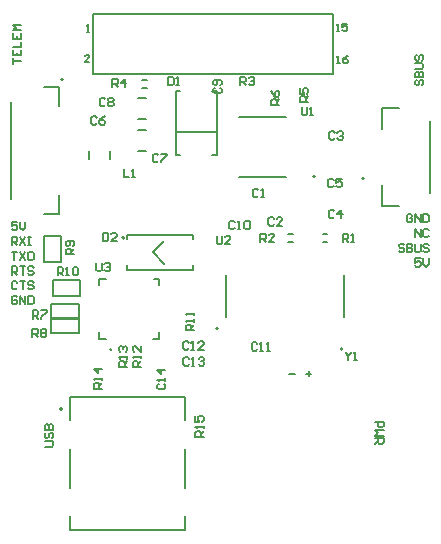
<source format=gto>
G04*
G04 #@! TF.GenerationSoftware,Altium Limited,Altium Designer,21.6.1 (37)*
G04*
G04 Layer_Color=65535*
%FSLAX44Y44*%
%MOMM*%
G71*
G04*
G04 #@! TF.SameCoordinates,5872C4F4-FB42-489D-B6BF-DE351544A3BA*
G04*
G04*
G04 #@! TF.FilePolarity,Positive*
G04*
G01*
G75*
%ADD10C,0.2000*%
%ADD11C,0.0000*%
%ADD12C,0.1700*%
%ADD13C,0.1270*%
%ADD14C,0.1500*%
%ADD15C,0.1800*%
D10*
X377700Y199050D02*
G03*
X377700Y199050I-1000J0D01*
G01*
X216250Y147000D02*
G03*
X216250Y147000I-1000J0D01*
G01*
X205400Y52240D02*
G03*
X205400Y52240I-700J0D01*
G01*
X164050Y2100D02*
G03*
X164050Y2100I-1500J0D01*
G01*
X295700Y70500D02*
G03*
X295700Y70500I-1000J0D01*
G01*
X419250Y197500D02*
G03*
X419250Y197500I-1000J0D01*
G01*
X164500Y281325D02*
G03*
X164500Y281325I-1000J0D01*
G01*
X355000Y143500D02*
X359000D01*
X355000Y150500D02*
X359000D01*
X384000Y150500D02*
X388000D01*
X384000Y143500D02*
X388000D01*
X231500Y281000D02*
X235500D01*
X231500Y274000D02*
X235500D01*
X240250Y134750D02*
X250000Y144500D01*
X240250Y134750D02*
X250000Y125000D01*
X189700Y285800D02*
Y336600D01*
X392900Y285800D02*
Y336600D01*
X189700D02*
X392900D01*
X189700Y285800D02*
X392900D01*
D11*
X401270Y53250D02*
G03*
X401270Y53250I-1270J0D01*
G01*
D12*
X148500Y126250D02*
X163000D01*
X148500Y149000D02*
X163000D01*
Y126250D02*
Y149000D01*
X148500Y126250D02*
Y149000D01*
X156000Y98250D02*
X178750D01*
X156000Y111500D02*
X178750D01*
Y98250D02*
Y111500D01*
X156000Y98250D02*
Y111500D01*
X154250Y66250D02*
X178250D01*
X154250Y78501D02*
X178250D01*
Y66250D02*
Y78501D01*
X154250Y66250D02*
Y78501D01*
Y79250D02*
X178250D01*
X154250Y91250D02*
X178250D01*
Y79250D02*
Y91250D01*
X154250Y79250D02*
Y91250D01*
X125365Y160334D02*
X120700D01*
Y156835D01*
X123033Y158001D01*
X124199D01*
X125365Y156835D01*
Y154502D01*
X124199Y153336D01*
X121866D01*
X120700Y154502D01*
X127698Y160334D02*
Y155669D01*
X130030Y153336D01*
X132363Y155669D01*
Y160334D01*
X120700Y140859D02*
Y147857D01*
X124199D01*
X125365Y146690D01*
Y144358D01*
X124199Y143191D01*
X120700D01*
X123033D02*
X125365Y140859D01*
X127698Y147857D02*
X132363Y140859D01*
Y147857D02*
X127698Y140859D01*
X134696Y147857D02*
X137028D01*
X135862D01*
Y140859D01*
X134696D01*
X137028D01*
X120700Y135379D02*
X125365D01*
X123033D01*
Y128382D01*
X127698Y135379D02*
X132363Y128382D01*
Y135379D02*
X127698Y128382D01*
X138194Y135379D02*
X135862D01*
X134696Y134213D01*
Y129548D01*
X135862Y128382D01*
X138194D01*
X139361Y129548D01*
Y134213D01*
X138194Y135379D01*
X120700Y115905D02*
Y122902D01*
X124199D01*
X125365Y121736D01*
Y119403D01*
X124199Y118237D01*
X120700D01*
X123033D02*
X125365Y115905D01*
X127698Y122902D02*
X132363D01*
X130030D01*
Y115905D01*
X139361Y121736D02*
X138194Y122902D01*
X135862D01*
X134696Y121736D01*
Y120570D01*
X135862Y119403D01*
X138194D01*
X139361Y118237D01*
Y117071D01*
X138194Y115905D01*
X135862D01*
X134696Y117071D01*
X125365Y109259D02*
X124199Y110425D01*
X121866D01*
X120700Y109259D01*
Y104593D01*
X121866Y103427D01*
X124199D01*
X125365Y104593D01*
X127698Y110425D02*
X132363D01*
X130030D01*
Y103427D01*
X139361Y109259D02*
X138194Y110425D01*
X135862D01*
X134696Y109259D01*
Y108092D01*
X135862Y106926D01*
X138194D01*
X139361Y105760D01*
Y104593D01*
X138194Y103427D01*
X135862D01*
X134696Y104593D01*
X125365Y96781D02*
X124199Y97948D01*
X121866D01*
X120700Y96781D01*
Y92116D01*
X121866Y90950D01*
X124199D01*
X125365Y92116D01*
Y94449D01*
X123033D01*
X127698Y90950D02*
Y97948D01*
X132363Y90950D01*
Y97948D01*
X134696D02*
Y90950D01*
X138194D01*
X139361Y92116D01*
Y96781D01*
X138194Y97948D01*
X134696D01*
X374606Y32165D02*
X369941D01*
X372273Y29833D02*
Y34498D01*
X360611Y32165D02*
X355945D01*
X460055Y165963D02*
X458888Y167129D01*
X456556D01*
X455389Y165963D01*
Y161298D01*
X456556Y160132D01*
X458888D01*
X460055Y161298D01*
Y163631D01*
X457722D01*
X462387Y160132D02*
Y167129D01*
X467052Y160132D01*
Y167129D01*
X469385D02*
Y160132D01*
X472884D01*
X474050Y161298D01*
Y165963D01*
X472884Y167129D01*
X469385D01*
X462387Y147654D02*
Y154652D01*
X467052Y147654D01*
Y154652D01*
X474050Y153486D02*
X472884Y154652D01*
X470551D01*
X469385Y153486D01*
Y148821D01*
X470551Y147654D01*
X472884D01*
X474050Y148821D01*
X453057Y141009D02*
X451890Y142175D01*
X449558D01*
X448392Y141009D01*
Y139842D01*
X449558Y138676D01*
X451890D01*
X453057Y137510D01*
Y136343D01*
X451890Y135177D01*
X449558D01*
X448392Y136343D01*
X455389Y142175D02*
Y135177D01*
X458888D01*
X460055Y136343D01*
Y137510D01*
X458888Y138676D01*
X455389D01*
X458888D01*
X460055Y139842D01*
Y141009D01*
X458888Y142175D01*
X455389D01*
X462387D02*
Y136343D01*
X463553Y135177D01*
X465886D01*
X467052Y136343D01*
Y142175D01*
X474050Y141009D02*
X472884Y142175D01*
X470551D01*
X469385Y141009D01*
Y139842D01*
X470551Y138676D01*
X472884D01*
X474050Y137510D01*
Y136343D01*
X472884Y135177D01*
X470551D01*
X469385Y136343D01*
X467052Y129698D02*
X462387D01*
Y126199D01*
X464720Y127365D01*
X465886D01*
X467052Y126199D01*
Y123866D01*
X465886Y122700D01*
X463553D01*
X462387Y123866D01*
X469385Y129698D02*
Y125033D01*
X471717Y122700D01*
X474050Y125033D01*
Y129698D01*
D13*
X313500Y198850D02*
X353500D01*
X313500Y249350D02*
X353500D01*
X227650Y247750D02*
X234850D01*
X227650Y265750D02*
X234850D01*
X227650Y220750D02*
X234850D01*
X227650Y238750D02*
X234850D01*
X186000Y213650D02*
Y220850D01*
X204000Y213650D02*
Y220850D01*
X218500Y120000D02*
Y123750D01*
Y120000D02*
X274500D01*
Y123750D01*
Y145750D02*
Y149500D01*
X218500D02*
X274500D01*
X218500Y145750D02*
Y149500D01*
X194980Y61520D02*
Y67020D01*
Y61520D02*
X200980D01*
X194980Y107020D02*
Y112520D01*
X200980D01*
X241480D02*
X245980D01*
Y107020D02*
Y112520D01*
X240480Y61520D02*
X245980D01*
Y67520D01*
X267250Y-100500D02*
Y-88000D01*
X170250Y-100500D02*
X267250D01*
X170250D02*
Y-88000D01*
Y-64500D02*
Y-32000D01*
X267250Y-64500D02*
Y-32000D01*
X170250Y-7000D02*
Y12500D01*
X267250Y-7000D02*
Y12500D01*
X170250D02*
X267250D01*
X302250Y80250D02*
Y115750D01*
X402250Y80250D02*
Y115750D01*
X434750Y174250D02*
X448950D01*
X434750D02*
Y191900D01*
Y256750D02*
X449050D01*
X434750Y239100D02*
Y256750D01*
X475250Y185100D02*
Y246000D01*
X120500Y179750D02*
Y262250D01*
X148500Y274750D02*
X161000D01*
X148500Y167250D02*
X161000D01*
Y258750D02*
Y274750D01*
Y167250D02*
Y183250D01*
D14*
X290750Y271500D02*
X294750D01*
X290750Y217500D02*
X294750D01*
X259750D02*
X263750D01*
X259750Y271500D02*
X263750D01*
X294750Y234000D02*
Y235500D01*
X259750D02*
Y237000D01*
X294750D01*
X259750D02*
Y271500D01*
Y234000D02*
Y235500D01*
Y217500D02*
Y234000D01*
X294750Y217500D02*
Y234000D01*
Y235500D02*
Y237000D01*
Y271500D01*
X184400Y321750D02*
X186399D01*
X185400D01*
Y327748D01*
X184400Y326748D01*
X186649Y296250D02*
X182650D01*
X186649Y300249D01*
Y301248D01*
X185649Y302248D01*
X183650D01*
X182650Y301248D01*
X395900Y322500D02*
X397899D01*
X396899D01*
Y328498D01*
X395900Y327498D01*
X404897Y328498D02*
X400898D01*
Y325499D01*
X402897Y326499D01*
X403897D01*
X404897Y325499D01*
Y323500D01*
X403897Y322500D01*
X401898D01*
X400898Y323500D01*
X396400Y295250D02*
X398399D01*
X397399D01*
Y301248D01*
X396400Y300248D01*
X405397Y301248D02*
X403397Y300248D01*
X401398Y298249D01*
Y296250D01*
X402398Y295250D01*
X404397D01*
X405397Y296250D01*
Y297249D01*
X404397Y298249D01*
X401398D01*
D15*
X192418Y125999D02*
Y120167D01*
X193585Y119001D01*
X195917D01*
X197084Y120167D01*
Y125999D01*
X199416Y124833D02*
X200583Y125999D01*
X202915D01*
X204081Y124833D01*
Y123666D01*
X202915Y122500D01*
X201749D01*
X202915D01*
X204081Y121334D01*
Y120167D01*
X202915Y119001D01*
X200583D01*
X199416Y120167D01*
X173499Y133168D02*
X166501D01*
Y136667D01*
X167667Y137834D01*
X170000D01*
X171166Y136667D01*
Y133168D01*
Y135501D02*
X173499Y137834D01*
X172333Y140166D02*
X173499Y141333D01*
Y143665D01*
X172333Y144831D01*
X167667D01*
X166501Y143665D01*
Y141333D01*
X167667Y140166D01*
X168834D01*
X170000Y141333D01*
Y144831D01*
X138668Y78751D02*
Y85749D01*
X142167D01*
X143334Y84583D01*
Y82250D01*
X142167Y81084D01*
X138668D01*
X141001D02*
X143334Y78751D01*
X145666Y85749D02*
X150331D01*
Y84583D01*
X145666Y79917D01*
Y78751D01*
X138419Y63001D02*
Y69999D01*
X141917D01*
X143084Y68833D01*
Y66500D01*
X141917Y65334D01*
X138419D01*
X140751D02*
X143084Y63001D01*
X145416Y68833D02*
X146583Y69999D01*
X148915D01*
X150082Y68833D01*
Y67666D01*
X148915Y66500D01*
X150082Y65334D01*
Y64167D01*
X148915Y63001D01*
X146583D01*
X145416Y64167D01*
Y65334D01*
X146583Y66500D01*
X145416Y67666D01*
Y68833D01*
X146583Y66500D02*
X148915D01*
X275249Y68669D02*
X268251D01*
Y72168D01*
X269417Y73334D01*
X271750D01*
X272916Y72168D01*
Y68669D01*
Y71002D02*
X275249Y73334D01*
Y75667D02*
Y78000D01*
Y76833D01*
X268251D01*
X269417Y75667D01*
X275249Y81498D02*
Y83831D01*
Y82665D01*
X268251D01*
X269417Y81498D01*
X159753Y115251D02*
Y122249D01*
X163252D01*
X164418Y121083D01*
Y118750D01*
X163252Y117584D01*
X159753D01*
X162085D02*
X164418Y115251D01*
X166751D02*
X169083D01*
X167917D01*
Y122249D01*
X166751Y121083D01*
X172582D02*
X173748Y122249D01*
X176081D01*
X177247Y121083D01*
Y116417D01*
X176081Y115251D01*
X173748D01*
X172582Y116417D01*
Y121083D01*
X270668Y58333D02*
X269502Y59499D01*
X267169D01*
X266003Y58333D01*
Y53667D01*
X267169Y52501D01*
X269502D01*
X270668Y53667D01*
X273001Y52501D02*
X275333D01*
X274167D01*
Y59499D01*
X273001Y58333D01*
X283497Y52501D02*
X278832D01*
X283497Y57166D01*
Y58333D01*
X282331Y59499D01*
X279998D01*
X278832Y58333D01*
X270918Y44833D02*
X269752Y45999D01*
X267419D01*
X266253Y44833D01*
Y40167D01*
X267419Y39001D01*
X269752D01*
X270918Y40167D01*
X273251Y39001D02*
X275583D01*
X274417D01*
Y45999D01*
X273251Y44833D01*
X279082D02*
X280248Y45999D01*
X282581D01*
X283747Y44833D01*
Y43666D01*
X282581Y42500D01*
X281415D01*
X282581D01*
X283747Y41334D01*
Y40167D01*
X282581Y39001D01*
X280248D01*
X279082Y40167D01*
X403585Y50749D02*
Y49583D01*
X405917Y47250D01*
X408250Y49583D01*
Y50749D01*
X405917Y47250D02*
Y43751D01*
X410583D02*
X412915D01*
X411749D01*
Y50749D01*
X410583Y49583D01*
X366335Y257749D02*
Y251917D01*
X367501Y250751D01*
X369834D01*
X371000Y251917D01*
Y257749D01*
X373333Y250751D02*
X375665D01*
X374499D01*
Y257749D01*
X373333Y256583D01*
X294386Y148730D02*
Y142898D01*
X295552Y141732D01*
X297885D01*
X299051Y142898D01*
Y148730D01*
X306049Y141732D02*
X301384D01*
X306049Y146397D01*
Y147563D01*
X304883Y148730D01*
X302550D01*
X301384Y147563D01*
X148751Y-29580D02*
X154583D01*
X155749Y-28414D01*
Y-26081D01*
X154583Y-24915D01*
X148751D01*
X149917Y-17917D02*
X148751Y-19084D01*
Y-21416D01*
X149917Y-22583D01*
X151084D01*
X152250Y-21416D01*
Y-19084D01*
X153416Y-17917D01*
X154583D01*
X155749Y-19084D01*
Y-21416D01*
X154583Y-22583D01*
X148751Y-15585D02*
X155749D01*
Y-12086D01*
X154583Y-10920D01*
X153416D01*
X152250Y-12086D01*
Y-15585D01*
Y-12086D01*
X151084Y-10920D01*
X149917D01*
X148751Y-12086D01*
Y-15585D01*
X371999Y262169D02*
X365001D01*
Y265667D01*
X366167Y266834D01*
X368500D01*
X369666Y265667D01*
Y262169D01*
Y264501D02*
X371999Y266834D01*
X365001Y273831D02*
Y269166D01*
X368500D01*
X367334Y271499D01*
Y272665D01*
X368500Y273831D01*
X370833D01*
X371999Y272665D01*
Y270333D01*
X370833Y269166D01*
X331418Y143751D02*
Y150749D01*
X334917D01*
X336084Y149583D01*
Y147250D01*
X334917Y146084D01*
X331418D01*
X333751D02*
X336084Y143751D01*
X343082D02*
X338416D01*
X343082Y148416D01*
Y149583D01*
X341915Y150749D01*
X339583D01*
X338416Y149583D01*
X314419Y276501D02*
Y283499D01*
X317917D01*
X319084Y282333D01*
Y280000D01*
X317917Y278834D01*
X314419D01*
X316751D02*
X319084Y276501D01*
X321416Y282333D02*
X322583Y283499D01*
X324915D01*
X326082Y282333D01*
Y281166D01*
X324915Y280000D01*
X323749D01*
X324915D01*
X326082Y278834D01*
Y277667D01*
X324915Y276501D01*
X322583D01*
X321416Y277667D01*
X347499Y259669D02*
X340501D01*
Y263167D01*
X341667Y264334D01*
X344000D01*
X345166Y263167D01*
Y259669D01*
Y262001D02*
X347499Y264334D01*
X340501Y271332D02*
X341667Y268999D01*
X344000Y266666D01*
X346333D01*
X347499Y267833D01*
Y270165D01*
X346333Y271332D01*
X345166D01*
X344000Y270165D01*
Y266666D01*
X401335Y143501D02*
Y150499D01*
X404834D01*
X406000Y149333D01*
Y147000D01*
X404834Y145834D01*
X401335D01*
X403667D02*
X406000Y143501D01*
X408333D02*
X410665D01*
X409499D01*
Y150499D01*
X408333Y149333D01*
X206168Y274751D02*
Y281749D01*
X209667D01*
X210834Y280583D01*
Y278250D01*
X209667Y277084D01*
X206168D01*
X208501D02*
X210834Y274751D01*
X216665D02*
Y281749D01*
X213166Y278250D01*
X217831D01*
X197249Y19503D02*
X190251D01*
Y23002D01*
X191417Y24168D01*
X193750D01*
X194916Y23002D01*
Y19503D01*
Y21835D02*
X197249Y24168D01*
Y26501D02*
Y28833D01*
Y27667D01*
X190251D01*
X191417Y26501D01*
X197249Y35831D02*
X190251D01*
X193750Y32332D01*
Y36997D01*
X283249Y-21247D02*
X276251D01*
Y-17748D01*
X277417Y-16582D01*
X279750D01*
X280916Y-17748D01*
Y-21247D01*
Y-18915D02*
X283249Y-16582D01*
Y-14250D02*
Y-11917D01*
Y-13083D01*
X276251D01*
X277417Y-14250D01*
X276251Y-3753D02*
Y-8418D01*
X279750D01*
X278584Y-6085D01*
Y-4919D01*
X279750Y-3753D01*
X282083D01*
X283249Y-4919D01*
Y-7252D01*
X282083Y-8418D01*
X230249Y38003D02*
X223251D01*
Y41502D01*
X224417Y42668D01*
X226750D01*
X227916Y41502D01*
Y38003D01*
Y40335D02*
X230249Y42668D01*
Y45001D02*
Y47333D01*
Y46167D01*
X223251D01*
X224417Y45001D01*
X230249Y55497D02*
Y50832D01*
X225584Y55497D01*
X224417D01*
X223251Y54331D01*
Y51998D01*
X224417Y50832D01*
X218749Y37753D02*
X211751D01*
Y41252D01*
X212917Y42418D01*
X215250D01*
X216416Y41252D01*
Y37753D01*
Y40085D02*
X218749Y42418D01*
Y44751D02*
Y47083D01*
Y45917D01*
X211751D01*
X212917Y44751D01*
Y50582D02*
X211751Y51748D01*
Y54081D01*
X212917Y55247D01*
X214084D01*
X215250Y54081D01*
Y52915D01*
Y54081D01*
X216416Y55247D01*
X217582D01*
X218749Y54081D01*
Y51748D01*
X217582Y50582D01*
X215585Y205249D02*
Y198251D01*
X220250D01*
X222583D02*
X224915D01*
X223749D01*
Y205249D01*
X222583Y204083D01*
X428751Y-8670D02*
X435749D01*
Y-12169D01*
X434583Y-13335D01*
X432250D01*
X431084Y-12169D01*
Y-8670D01*
X435749Y-15667D02*
X428751D01*
X431084Y-18000D01*
X428751Y-20333D01*
X435749D01*
X428751Y-22665D02*
X435749D01*
Y-26164D01*
X434583Y-27330D01*
X432250D01*
X431084Y-26164D01*
Y-22665D01*
Y-24998D02*
X428751Y-27330D01*
X253335Y283249D02*
Y276251D01*
X256834D01*
X258000Y277417D01*
Y282083D01*
X256834Y283249D01*
X253335D01*
X260333Y276251D02*
X262665D01*
X261499D01*
Y283249D01*
X260333Y282083D01*
X197919Y151249D02*
Y144251D01*
X201417D01*
X202584Y145417D01*
Y150083D01*
X201417Y151249D01*
X197919D01*
X209582Y144251D02*
X204916D01*
X209582Y148916D01*
Y150083D01*
X208415Y151249D01*
X206083D01*
X204916Y150083D01*
X329750Y187333D02*
X328584Y188499D01*
X326251D01*
X325085Y187333D01*
Y182667D01*
X326251Y181501D01*
X328584D01*
X329750Y182667D01*
X332083Y181501D02*
X334415D01*
X333249D01*
Y188499D01*
X332083Y187333D01*
X393334Y196083D02*
X392167Y197249D01*
X389835D01*
X388669Y196083D01*
Y191417D01*
X389835Y190251D01*
X392167D01*
X393334Y191417D01*
X400331Y197249D02*
X395666D01*
Y193750D01*
X397999Y194916D01*
X399165D01*
X400331Y193750D01*
Y191417D01*
X399165Y190251D01*
X396833D01*
X395666Y191417D01*
X292667Y274084D02*
X291501Y272917D01*
Y270585D01*
X292667Y269419D01*
X297333D01*
X298499Y270585D01*
Y272917D01*
X297333Y274084D01*
Y276416D02*
X298499Y277583D01*
Y279915D01*
X297333Y281082D01*
X292667D01*
X291501Y279915D01*
Y277583D01*
X292667Y276416D01*
X293834D01*
X295000Y277583D01*
Y281082D01*
X245084Y217083D02*
X243917Y218249D01*
X241585D01*
X240418Y217083D01*
Y212417D01*
X241585Y211251D01*
X243917D01*
X245084Y212417D01*
X247416Y218249D02*
X252082D01*
Y217083D01*
X247416Y212417D01*
Y211251D01*
X342834Y163333D02*
X341667Y164499D01*
X339335D01*
X338168Y163333D01*
Y158667D01*
X339335Y157501D01*
X341667D01*
X342834Y158667D01*
X349832Y157501D02*
X345166D01*
X349832Y162166D01*
Y163333D01*
X348665Y164499D01*
X346333D01*
X345166Y163333D01*
X394334Y236083D02*
X393167Y237249D01*
X390835D01*
X389669Y236083D01*
Y231417D01*
X390835Y230251D01*
X393167D01*
X394334Y231417D01*
X396666Y236083D02*
X397833Y237249D01*
X400165D01*
X401331Y236083D01*
Y234916D01*
X400165Y233750D01*
X398999D01*
X400165D01*
X401331Y232584D01*
Y231417D01*
X400165Y230251D01*
X397833D01*
X396666Y231417D01*
X394084Y169833D02*
X392917Y170999D01*
X390585D01*
X389419Y169833D01*
Y165167D01*
X390585Y164001D01*
X392917D01*
X394084Y165167D01*
X399915Y164001D02*
Y170999D01*
X396416Y167500D01*
X401082D01*
X200084Y264583D02*
X198917Y265749D01*
X196585D01*
X195418Y264583D01*
Y259917D01*
X196585Y258751D01*
X198917D01*
X200084Y259917D01*
X202416Y264583D02*
X203583Y265749D01*
X205915D01*
X207082Y264583D01*
Y263416D01*
X205915Y262250D01*
X207082Y261084D01*
Y259917D01*
X205915Y258751D01*
X203583D01*
X202416Y259917D01*
Y261084D01*
X203583Y262250D01*
X202416Y263416D01*
Y264583D01*
X203583Y262250D02*
X205915D01*
X192834Y248833D02*
X191667Y249999D01*
X189335D01*
X188169Y248833D01*
Y244167D01*
X189335Y243001D01*
X191667D01*
X192834Y244167D01*
X199832Y249999D02*
X197499Y248833D01*
X195166Y246500D01*
Y244167D01*
X196333Y243001D01*
X198665D01*
X199832Y244167D01*
Y245334D01*
X198665Y246500D01*
X195166D01*
X328834Y57333D02*
X327668Y58499D01*
X325335D01*
X324169Y57333D01*
Y52667D01*
X325335Y51501D01*
X327668D01*
X328834Y52667D01*
X331167Y51501D02*
X333499D01*
X332333D01*
Y58499D01*
X331167Y57333D01*
X336998Y51501D02*
X339331D01*
X338165D01*
Y58499D01*
X336998Y57333D01*
X309719Y160518D02*
X308553Y161684D01*
X306220D01*
X305054Y160518D01*
Y155852D01*
X306220Y154686D01*
X308553D01*
X309719Y155852D01*
X312052Y154686D02*
X314384D01*
X313218D01*
Y161684D01*
X312052Y160518D01*
X317883D02*
X319049Y161684D01*
X321382D01*
X322548Y160518D01*
Y155852D01*
X321382Y154686D01*
X319049D01*
X317883Y155852D01*
Y160518D01*
X245167Y23418D02*
X244001Y22252D01*
Y19919D01*
X245167Y18753D01*
X249833D01*
X250999Y19919D01*
Y22252D01*
X249833Y23418D01*
X250999Y25751D02*
Y28083D01*
Y26917D01*
X244001D01*
X245167Y25751D01*
X250999Y35081D02*
X244001D01*
X247500Y31582D01*
Y36247D01*
X463667Y280836D02*
X462501Y279670D01*
Y277337D01*
X463667Y276171D01*
X464834D01*
X466000Y277337D01*
Y279670D01*
X467166Y280836D01*
X468333D01*
X469499Y279670D01*
Y277337D01*
X468333Y276171D01*
X462501Y283169D02*
X469499D01*
Y286667D01*
X468333Y287834D01*
X467166D01*
X466000Y286667D01*
Y283169D01*
Y286667D01*
X464834Y287834D01*
X463667D01*
X462501Y286667D01*
Y283169D01*
Y290166D02*
X468333D01*
X469499Y291333D01*
Y293665D01*
X468333Y294832D01*
X462501D01*
X463667Y301829D02*
X462501Y300663D01*
Y298330D01*
X463667Y297164D01*
X464834D01*
X466000Y298330D01*
Y300663D01*
X467166Y301829D01*
X468333D01*
X469499Y300663D01*
Y298330D01*
X468333Y297164D01*
X121751Y294672D02*
Y299337D01*
Y297005D01*
X128749D01*
X121751Y306335D02*
Y301670D01*
X128749D01*
Y306335D01*
X125250Y301670D02*
Y304002D01*
X121751Y308667D02*
X128749D01*
Y313333D01*
X121751Y320330D02*
Y315665D01*
X128749D01*
Y320330D01*
X125250Y315665D02*
Y317998D01*
X128749Y322663D02*
X121751D01*
X124084Y324995D01*
X121751Y327328D01*
X128749D01*
M02*

</source>
